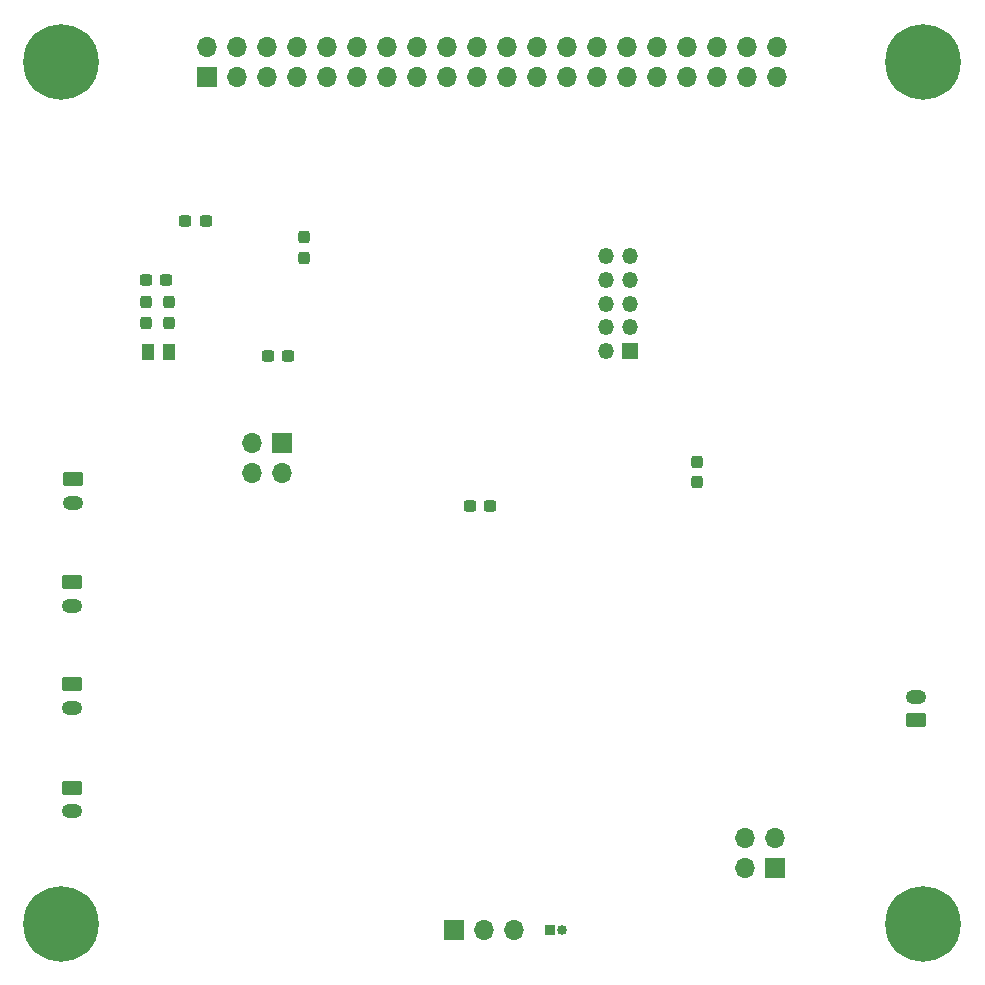
<source format=gbs>
G04 #@! TF.GenerationSoftware,KiCad,Pcbnew,7.0.2-6a45011f42~172~ubuntu20.04.1*
G04 #@! TF.CreationDate,2023-05-04T18:05:18+02:00*
G04 #@! TF.ProjectId,EPS,4550532e-6b69-4636-9164-5f7063625858,v1.0.1*
G04 #@! TF.SameCoordinates,Original*
G04 #@! TF.FileFunction,Soldermask,Bot*
G04 #@! TF.FilePolarity,Negative*
%FSLAX46Y46*%
G04 Gerber Fmt 4.6, Leading zero omitted, Abs format (unit mm)*
G04 Created by KiCad (PCBNEW 7.0.2-6a45011f42~172~ubuntu20.04.1) date 2023-05-04 18:05:18*
%MOMM*%
%LPD*%
G01*
G04 APERTURE LIST*
G04 Aperture macros list*
%AMRoundRect*
0 Rectangle with rounded corners*
0 $1 Rounding radius*
0 $2 $3 $4 $5 $6 $7 $8 $9 X,Y pos of 4 corners*
0 Add a 4 corners polygon primitive as box body*
4,1,4,$2,$3,$4,$5,$6,$7,$8,$9,$2,$3,0*
0 Add four circle primitives for the rounded corners*
1,1,$1+$1,$2,$3*
1,1,$1+$1,$4,$5*
1,1,$1+$1,$6,$7*
1,1,$1+$1,$8,$9*
0 Add four rect primitives between the rounded corners*
20,1,$1+$1,$2,$3,$4,$5,0*
20,1,$1+$1,$4,$5,$6,$7,0*
20,1,$1+$1,$6,$7,$8,$9,0*
20,1,$1+$1,$8,$9,$2,$3,0*%
G04 Aperture macros list end*
%ADD10RoundRect,0.250000X-0.625000X0.350000X-0.625000X-0.350000X0.625000X-0.350000X0.625000X0.350000X0*%
%ADD11O,1.750000X1.200000*%
%ADD12R,1.350000X1.350000*%
%ADD13O,1.350000X1.350000*%
%ADD14R,1.700000X1.700000*%
%ADD15O,1.700000X1.700000*%
%ADD16C,0.800000*%
%ADD17C,6.400000*%
%ADD18RoundRect,0.250000X0.625000X-0.350000X0.625000X0.350000X-0.625000X0.350000X-0.625000X-0.350000X0*%
%ADD19R,0.850000X0.850000*%
%ADD20O,0.850000X0.850000*%
%ADD21RoundRect,0.237500X0.300000X0.237500X-0.300000X0.237500X-0.300000X-0.237500X0.300000X-0.237500X0*%
%ADD22RoundRect,0.237500X0.237500X-0.300000X0.237500X0.300000X-0.237500X0.300000X-0.237500X-0.300000X0*%
%ADD23RoundRect,0.237500X-0.300000X-0.237500X0.300000X-0.237500X0.300000X0.237500X-0.300000X0.237500X0*%
%ADD24RoundRect,0.237500X-0.237500X0.300000X-0.237500X-0.300000X0.237500X-0.300000X0.237500X0.300000X0*%
%ADD25R,1.000000X1.400000*%
G04 APERTURE END LIST*
D10*
X113483100Y-107508600D03*
D11*
X113483100Y-109508600D03*
D12*
X160679100Y-87906400D03*
D13*
X158679100Y-87906400D03*
X160679100Y-85906400D03*
X158679100Y-85906400D03*
X160679100Y-83906400D03*
X158679100Y-83906400D03*
X160679100Y-81906400D03*
X158679100Y-81906400D03*
X160679100Y-79906400D03*
X158679100Y-79906400D03*
D14*
X124937100Y-64683600D03*
D15*
X124937100Y-62143600D03*
X127477100Y-64683600D03*
X127477100Y-62143600D03*
X130017100Y-64683600D03*
X130017100Y-62143600D03*
X132557100Y-64683600D03*
X132557100Y-62143600D03*
X135097100Y-64683600D03*
X135097100Y-62143600D03*
X137637100Y-64683600D03*
X137637100Y-62143600D03*
X140177100Y-64683600D03*
X140177100Y-62143600D03*
X142717100Y-64683600D03*
X142717100Y-62143600D03*
X145257100Y-64683600D03*
X145257100Y-62143600D03*
X147797100Y-64683600D03*
X147797100Y-62143600D03*
X150337100Y-64683600D03*
X150337100Y-62143600D03*
X152877100Y-64683600D03*
X152877100Y-62143600D03*
X155417100Y-64683600D03*
X155417100Y-62143600D03*
X157957100Y-64683600D03*
X157957100Y-62143600D03*
X160497100Y-64683600D03*
X160497100Y-62143600D03*
X163037100Y-64683600D03*
X163037100Y-62143600D03*
X165577100Y-64683600D03*
X165577100Y-62143600D03*
X168117100Y-64683600D03*
X168117100Y-62143600D03*
X170657100Y-64683600D03*
X170657100Y-62143600D03*
X173197100Y-64683600D03*
X173197100Y-62143600D03*
D16*
X110865044Y-138105656D03*
X114962100Y-136408600D03*
X112562100Y-138808600D03*
X114259156Y-134711544D03*
X110162100Y-136408600D03*
D17*
X112562100Y-136408600D03*
D16*
X114259156Y-138105656D03*
X110865044Y-134711544D03*
X112562100Y-134008600D03*
D14*
X173026100Y-131659600D03*
D15*
X170486100Y-131659600D03*
X173026100Y-129119600D03*
X170486100Y-129119600D03*
D14*
X131233100Y-95727600D03*
D15*
X131233100Y-98267600D03*
X128693100Y-95727600D03*
X128693100Y-98267600D03*
D10*
X113520100Y-98786600D03*
D11*
X113520100Y-100786600D03*
D18*
X184912100Y-119176600D03*
D11*
X184912100Y-117176600D03*
D16*
X187259156Y-65105656D03*
X187259156Y-61711544D03*
X183865044Y-65105656D03*
X187962100Y-63408600D03*
X185562100Y-61008600D03*
D17*
X185562100Y-63408600D03*
D16*
X185562100Y-65808600D03*
X183162100Y-63408600D03*
X183865044Y-61711544D03*
X110865044Y-65105656D03*
X110162100Y-63408600D03*
X110865044Y-61711544D03*
X114962100Y-63408600D03*
X114259156Y-61711544D03*
X112562100Y-61008600D03*
D17*
X112562100Y-63408600D03*
D16*
X114259156Y-65105656D03*
X112562100Y-65808600D03*
D14*
X145848100Y-136953600D03*
D15*
X148388100Y-136953600D03*
X150928100Y-136953600D03*
D17*
X185562100Y-136408600D03*
D16*
X187259156Y-134711544D03*
X185562100Y-134008600D03*
X183162100Y-136408600D03*
X183865044Y-138105656D03*
X185562100Y-138808600D03*
X183865044Y-134711544D03*
X187962100Y-136408600D03*
X187259156Y-138105656D03*
D10*
X113483100Y-116128600D03*
D11*
X113483100Y-118128600D03*
D10*
X113483100Y-124891600D03*
D11*
X113483100Y-126891600D03*
D19*
X153961100Y-136953600D03*
D20*
X154961100Y-136953600D03*
D21*
X131785800Y-88366600D03*
X130060800Y-88366600D03*
X148854600Y-101066600D03*
X147129600Y-101066600D03*
D22*
X166407100Y-99008100D03*
X166407100Y-97283100D03*
X119696500Y-85520700D03*
X119696500Y-83795700D03*
D23*
X123053400Y-76946800D03*
X124778400Y-76946800D03*
D24*
X133133100Y-78283900D03*
X133133100Y-80008900D03*
D25*
X119897100Y-87985600D03*
X121697100Y-87985600D03*
D22*
X121703100Y-85520700D03*
X121703100Y-83795700D03*
D21*
X121422600Y-81915000D03*
X119697600Y-81915000D03*
M02*

</source>
